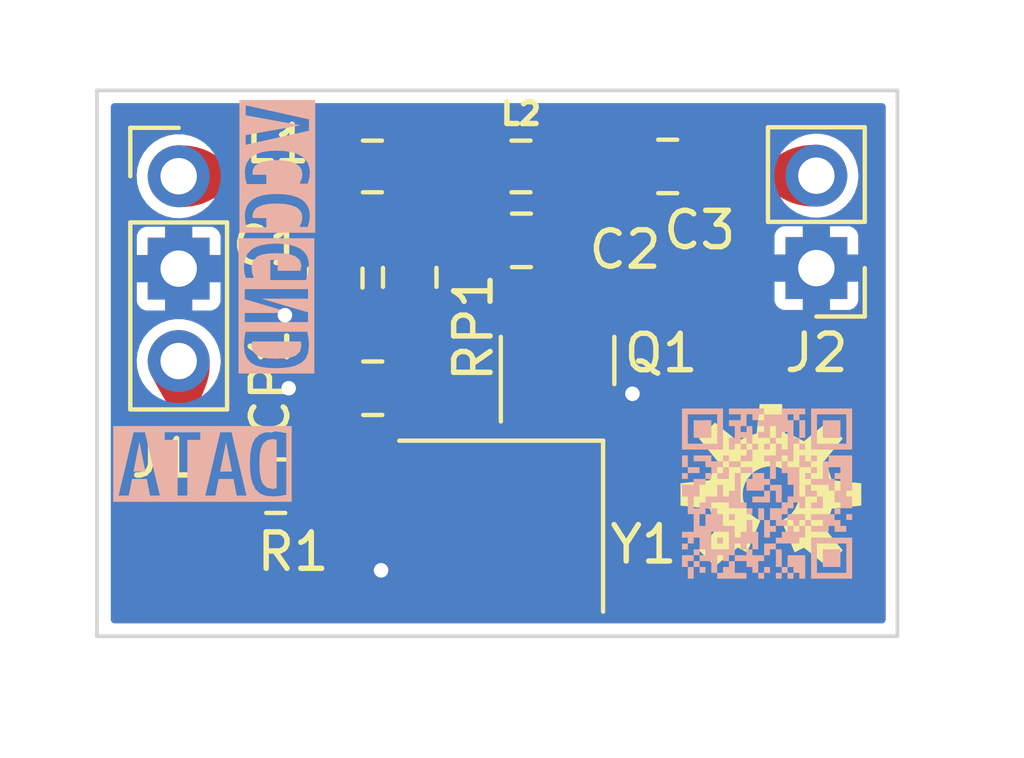
<source format=kicad_pcb>
(kicad_pcb (version 20211014) (generator pcbnew)
  (layers (0 "F.Cu" signal) (31 "B.Cu" signal) (34 "B.Paste" user) (35 "F.Paste" user) (36 "B.SilkS" user "B.Silkscreen") (37 "F.SilkS" user "F.Silkscreen") (38 "B.Mask" user) (39 "F.Mask" user) (44 "Edge.Cuts" user))
  (net 0 "")
  (net 1 "GND")
  (net 2 "Net-(C1-Pad2)")
  (net 3 "Net-(C2-Pad1)")
  (net 4 "Net-(C2-Pad2)")
  (net 5 "Net-(J2-Pad2)")
  (net 6 "Net-(CP1-Pad1)")
  (net 7 "data")
  (net 8 "Net-(Q1-Pad1)")
  (footprint "Crystal:Crystal_SMD_SeikoEpson_FA238V-4Pin_3.2x2.5mm_HandSoldering" (layer "F.Cu") (at 51.11065 51.9761 180)
    (fp_text reference "Y1" (at -3.9122 -0.5026) (layer "F.SilkS"))
    (fp_text value "Crystal_GND3")
    (pad "1" smd rect (at -1.55 1.25 180) (size 2.1 1.8) (layers "F.Cu" "F.Paste" "F.Mask") (net 3 "Net-(C2-Pad1)"))
    (pad "2" smd rect (at 1.55 1.25 180) (size 2.1 1.8) (layers "F.Cu" "F.Paste" "F.Mask") (net 8 "Net-(Q1-Pad1)"))
    (pad "3" smd rect (at 1.55 -1.25 180) (size 2.1 1.8) (layers "F.Cu" "F.Paste" "F.Mask") (net 1 "GND"))
    (pad "4" smd rect (at -1.55 -1.25 180) (size 2.1 1.8) (layers "F.Cu" "F.Paste" "F.Mask"))
  )
  (footprint "Capacitor_SMD:C_0805_2012Metric_Pad1.18x1.45mm_HandSolder" (layer "F.Cu") (at 48.59665 45.1381 -90)
    (fp_text reference "RP1" (at 1.3716 -1.7526 90) (layer "F.SilkS"))
    (fp_text value "R_Small")
    (pad "1" smd roundrect (at -1.0375 0 270) (size 1.175 1.45) (layers "F.Cu" "F.Paste" "F.Mask") (roundrect_rratio 0.2127659574) (net 2 "Net-(C1-Pad2)"))
    (pad "2" smd roundrect (at 1.0375 0 270) (size 1.175 1.45) (layers "F.Cu" "F.Paste" "F.Mask") (roundrect_rratio 0.2127659574) (net 6 "Net-(CP1-Pad1)"))
  )
  (footprint "Inductor_SMD:L_0805_2012Metric_Pad1.15x1.40mm_HandSolder" (layer "F.Cu") (at 47.57165 42.0901)
    (fp_text reference "L1" (at -2.61365 -0.6119) (layer "F.SilkS"))
    (fp_text value "INDUCTOR")
    (pad "1" smd roundrect (at -1.025 0) (size 1.15 1.4) (layers "F.Cu" "F.Paste" "F.Mask") (roundrect_rratio 0.2173913043) (net 2 "Net-(C1-Pad2)"))
    (pad "2" smd roundrect (at 1.025 0) (size 1.15 1.4) (layers "F.Cu" "F.Paste" "F.Mask") (roundrect_rratio 0.2173913043) (net 4 "Net-(C2-Pad2)"))
  )
  (footprint "Capacitor_SMD:C_0805_2012Metric_Pad1.18x1.45mm_HandSolder" (layer "F.Cu") (at 55.68715 42.0901)
    (fp_text reference "C3" (at 0.87865 1.7503) (layer "F.SilkS"))
    (fp_text value "C_Small")
    (pad "1" smd roundrect (at -1.0375 0) (size 1.175 1.45) (layers "F.Cu" "F.Paste" "F.Mask") (roundrect_rratio 0.2127659574) (net 3 "Net-(C2-Pad1)"))
    (pad "2" smd roundrect (at 1.0375 0) (size 1.175 1.45) (layers "F.Cu" "F.Paste" "F.Mask") (roundrect_rratio 0.2127659574) (net 5 "Net-(J2-Pad2)"))
  )
  (footprint "Aesthetics:OSHW-LOGO-M" (layer "F.Cu") (at 58.5216 51.1048)
    (fp_text reference "" (at 0 0) (layer "F.SilkS") (effects (font (size 1.524 1.524))))
    (fp_text value "" (at 0 0) (layer "F.SilkS") (effects (font (size 1.524 1.524))))
  )
  (footprint "Package_TO_SOT_SMD:SOT-23" (layer "F.Cu") (at 52.66065 47.4241 90)
    (fp_text reference "Q1" (at 0.2032 2.8448 180) (layer "F.SilkS"))
    (fp_text value "MMBT3904")
    (pad "1" smd roundrect (at -0.9375 -0.95 90) (size 1.475 0.6) (layers "F.Cu" "F.Paste" "F.Mask") (net 8 "Net-(Q1-Pad1)"))
    (pad "2" smd roundrect (at -0.9375 0.95 90) (size 1.475 0.6) (layers "F.Cu" "F.Paste" "F.Mask") (net 1 "GND"))
    (pad "3" smd roundrect (at 0.9375 0 90) (size 1.475 0.6) (layers "F.Cu" "F.Paste" "F.Mask") (net 3 "Net-(C2-Pad1)"))
  )
  (footprint "Capacitor_SMD:C_0805_2012Metric_Pad1.18x1.45mm_HandSolder" (layer "F.Cu") (at 44.91365 50.8785)
    (fp_text reference "R1" (at 0.47615 1.8011) (layer "F.SilkS"))
    (fp_text value "R_Small")
    (pad "1" smd roundrect (at -1.0375 0) (size 1.175 1.45) (layers "F.Cu" "F.Paste" "F.Mask") (roundrect_rratio 0.2127659574) (net 7 "data"))
    (pad "2" smd roundrect (at 1.0375 0) (size 1.175 1.45) (layers "F.Cu" "F.Paste" "F.Mask") (roundrect_rratio 0.2127659574) (net 8 "Net-(Q1-Pad1)"))
  )
  (footprint "Connector_PinHeader_2.54mm:PinHeader_1x03_P2.54mm_Vertical" (layer "F.Cu") (at 42.24665 42.3591)
    (fp_text reference "J1" (at -0.43825 7.7551) (layer "F.SilkS"))
    (fp_text value "input/output")
    (pad "1" thru_hole circle (at 0 0) (size 1.7 1.7) (drill 1) (layers *.Cu *.Mask) (net 2 "Net-(C1-Pad2)"))
    (pad "2" thru_hole rect (at 0 2.54) (size 1.7 1.7) (drill 1) (layers *.Cu *.Mask) (net 1 "GND"))
    (pad "3" thru_hole oval (at 0 5.08) (size 1.7 1.7) (drill 1) (layers *.Cu *.Mask) (net 7 "data"))
  )
  (footprint "Capacitor_SMD:C_0805_2012Metric_Pad1.18x1.45mm_HandSolder" (layer "F.Cu") (at 51.66615 44.1221 180)
    (fp_text reference "C2" (at -2.8487 -0.254) (layer "F.SilkS"))
    (fp_text value "C_Small")
    (pad "1" smd roundrect (at -1.0375 0 180) (size 1.175 1.45) (layers "F.Cu" "F.Paste" "F.Mask") (roundrect_rratio 0.2127659574) (net 3 "Net-(C2-Pad1)"))
    (pad "2" smd roundrect (at 1.0375 0 180) (size 1.175 1.45) (layers "F.Cu" "F.Paste" "F.Mask") (roundrect_rratio 0.2127659574) (net 4 "Net-(C2-Pad2)"))
  )
  (footprint "Capacitor_SMD:C_0805_2012Metric_Pad1.18x1.45mm_HandSolder" (layer "F.Cu") (at 47.58065 48.1861 180)
    (fp_text reference "CP1" (at 2.8194 0.1524 90) (layer "F.SilkS"))
    (fp_text value "C_Small")
    (pad "1" smd roundrect (at -1.0375 0 180) (size 1.175 1.45) (layers "F.Cu" "F.Paste" "F.Mask") (roundrect_rratio 0.2127659574) (net 6 "Net-(CP1-Pad1)"))
    (pad "2" smd roundrect (at 1.0375 0 180) (size 1.175 1.45) (layers "F.Cu" "F.Paste" "F.Mask") (roundrect_rratio 0.2127659574) (net 1 "GND"))
  )
  (footprint "Connector_PinHeader_2.54mm:PinHeader_1x02_P2.54mm_Vertical" (layer "F.Cu") (at 59.77265 44.8841 180)
    (fp_text reference "J2" (at 0 -2.33) (layer "F.SilkS"))
    (fp_text value "Antenna")
    (pad "1" thru_hole rect (at 0 0 180) (size 1.7 1.7) (drill 1) (layers *.Cu *.Mask) (net 1 "GND"))
    (pad "2" thru_hole oval (at 0 2.54 180) (size 1.7 1.7) (drill 1) (layers *.Cu *.Mask) (net 5 "Net-(J2-Pad2)"))
  )
  (footprint "Capacitor_SMD:C_0805_2012Metric_Pad1.18x1.45mm_HandSolder" (layer "F.Cu") (at 46.56465 45.1596 90)
    (fp_text reference "C1" (at 0.8851 -1.8542 180) (layer "F.SilkS"))
    (fp_text value "C_Small")
    (pad "1" smd roundrect (at -1.0375 0 90) (size 1.175 1.45) (layers "F.Cu" "F.Paste" "F.Mask") (roundrect_rratio 0.2127659574) (net 1 "GND"))
    (pad "2" smd roundrect (at 1.0375 0 90) (size 1.175 1.45) (layers "F.Cu" "F.Paste" "F.Mask") (roundrect_rratio 0.2127659574) (net 2 "Net-(C1-Pad2)"))
  )
  (footprint "Inductor_SMD:L_0805_2012Metric_Pad1.15x1.40mm_HandSolder" (layer "F.Cu") (at 51.65365 42.0901)
    (fp_text reference "L2" (at 0 -1.4501) (layer "F.SilkS") (effects (font (size 0.6 0.6))))
    (fp_text value "INDUCTOR")
    (pad "1" smd roundrect (at -1.025 0) (size 1.15 1.4) (layers "F.Cu" "F.Paste" "F.Mask") (roundrect_rratio 0.2173913043) (net 4 "Net-(C2-Pad2)"))
    (pad "2" smd roundrect (at 1.025 0) (size 1.15 1.4) (layers "F.Cu" "F.Paste" "F.Mask") (roundrect_rratio 0.2173913043) (net 3 "Net-(C2-Pad1)"))
  )
  (footprint "kibuzzard-632D4E55" (layer "B.Cu") (at 44.9326 45.9232 -90)
    (fp_text reference "kibuzzard-632D4E55" hide)
    (fp_text value "G***" hide)
  )
  (footprint "kibuzzard-632D4E48" (layer "B.Cu") (at 42.9006 50.2666 180)
    (fp_text reference "kibuzzard-632D4E48" hide)
    (fp_text value "G***" hide)
  )
  (footprint "kibuzzard-632D4E64" (layer "B.Cu") (at 44.958 42.0878 -90)
    (fp_text reference "kibuzzard-632D4E64" hide)
    (fp_text value "G***" hide)
  )
  (footprint "LOGO" (layer "B.Cu") (at 58.42 51.0794 180)
    (fp_text reference " " (at -1.2954 0.2794) (layer "B.SilkS") (effects (font (size 1.524 1.524) (thickness 0.3)) (justify mirror)))
    (fp_text value "LOGO" hide)
  )
  (gr_line (start 62 40) (end 62 55) (layer "Edge.Cuts") (width 0.1))
  (gr_line (start 40 40) (end 62 40) (layer "Edge.Cuts") (width 0.1))
  (gr_line (start 62 55) (end 40 55) (layer "Edge.Cuts") (width 0.1))
  (gr_line (start 40 55) (end 40 40) (layer "Edge.Cuts") (width 0.1))
  (segment (start 46.54315 48.1861) (end 45.26925 48.1861) (width 0.5) (layer "F.Cu") (net 1))
  (segment (start 46.56465 46.1971) (end 45.18525 46.1971) (width 0.5) (layer "F.Cu") (net 1))
  (segment (start 49.56065 53.2261) (end 47.84545 53.2261) (width 0.3) (layer "F.Cu") (net 1))
  (segment (start 47.84545 53.2261) (end 47.80925 53.1899) (width 0.3) (layer "F.Cu") (net 1))
  (segment (start 53.61065 48.3616) (end 54.69495 48.3616) (width 0.5) (layer "F.Cu") (net 1))
  (segment (start 45.18525 46.1971) (end 45.16765 46.1795) (width 0.3) (layer "F.Cu") (net 1))
  (segment (start 54.69495 48.3616) (end 54.71805 48.3385) (width 0.3) (layer "F.Cu") (net 1))
  (via (at 54.71805 48.3385) (size 0.62) (drill 0.4) (layers "F.Cu" "B.Cu") (net 1))
  (via (at 45.16765 46.1795) (size 0.62) (drill 0.4) (layers "F.Cu" "B.Cu") (net 1))
  (via (at 45.26925 48.1861) (size 0.62) (drill 0.4) (layers "F.Cu" "B.Cu") (net 1))
  (via (at 47.80925 53.1899) (size 0.62) (drill 0.4) (layers "F.Cu" "B.Cu") (net 1))
  (segment (start 48.57515 44.1221) (end 48.59665 44.1006) (width 0.5) (layer "F.Cu") (net 2))
  (segment (start 46.54665 44.1041) (end 46.56465 44.1221) (width 0.5) (layer "F.Cu") (net 2))
  (segment (start 46.56465 44.1221) (end 48.57515 44.1221) (width 0.5) (layer "F.Cu") (net 2))
  (segment (start 46.54665 42.0901) (end 46.54665 44.1041) (width 0.5) (layer "F.Cu") (net 2))
  (segment (start 42.24665 42.3591) (end 46.27765 42.3591) (width 0.5) (layer "F.Cu") (net 2))
  (segment (start 46.27765 42.3591) (end 46.54665 42.0901) (width 0.5) (layer "F.Cu") (net 2))
  (segment (start 52.70365 46.4436) (end 52.66065 46.4866) (width 0.3) (layer "F.Cu") (net 3))
  (segment (start 52.66065 50.7261) (end 52.66065 46.4866) (width 0.3) (layer "F.Cu") (net 3))
  (segment (start 52.67865 44.0971) (end 52.70365 44.1221) (width 0.5) (layer "F.Cu") (net 3))
  (segment (start 52.67865 42.0901) (end 54.64965 42.0901) (width 0.5) (layer "F.Cu") (net 3))
  (segment (start 52.67865 42.0901) (end 52.67865 44.0971) (width 0.5) (layer "F.Cu") (net 3))
  (segment (start 52.70365 44.1221) (end 52.70365 46.4436) (width 0.5) (layer "F.Cu") (net 3))
  (segment (start 48.59665 42.0901) (end 50.62865 42.0901) (width 0.5) (layer "F.Cu") (net 4))
  (segment (start 50.62865 42.0901) (end 50.62865 44.1221) (width 0.5) (layer "F.Cu") (net 4))
  (segment (start 56.97865 42.3441) (end 59.77265 42.3441) (width 0.5) (layer "F.Cu") (net 5))
  (segment (start 56.72465 42.0901) (end 56.97865 42.3441) (width 0.5) (layer "F.Cu") (net 5))
  (segment (start 48.59665 48.1646) (end 48.61815 48.1861) (width 0.3) (layer "F.Cu") (net 6))
  (segment (start 48.59665 46.1756) (end 48.59665 48.1646) (width 0.3) (layer "F.Cu") (net 6))
  (segment (start 42.24665 47.4391) (end 42.24665 47.592146) (width 0.3) (layer "F.Cu") (net 7))
  (segment (start 43.418223 50.420573) (end 43.87615 50.8785) (width 0.3) (layer "F.Cu") (net 7))
  (arc (start 42.24665 47.592146) (mid 42.551132 49.12288) (end 43.418223 50.420573) (width 0.5) (layer "F.Cu") (net 7))
  (segment (start 45.95115 50.8785) (end 46.10355 50.7261) (width 0.3) (layer "F.Cu") (net 8))
  (segment (start 46.10355 50.7261) (end 49.56065 50.7261) (width 0.5) (layer "F.Cu") (net 8))
  (segment (start 49.56065 50.5116) (end 51.71065 48.3616) (width 0.5) (layer "F.Cu") (net 8))
  (segment (start 49.56065 50.7261) (end 49.56065 50.5116) (width 0.3) (layer "F.Cu") (net 8))
  (zone locked (net 7) (net_name "data") (layer "F.Cu") (priority 16962) (connect_pads yes (clearance 0)) (min_thickness 0.0254) (fill yes (thermal_gap 0.508) (thermal_bridge_width 0.508))
    (polygon (pts (xy 42.741796 49.814423) (xy 42.815731 49.935772) (xy 42.876214 50.044505) (xy 42.925314 50.142563) (xy 42.9651 50.231887) (xy 42.997643 50.314417) (xy 43.025011 50.392095) (xy 43.049274 50.466862) (xy 43.072503 50.540658) (xy 43.096766 50.615425) (xy 43.124134 50.693103) (xy 43.156676 50.775633) (xy 43.196462 50.864957) (xy 43.245562 50.963015) (xy 43.306045 51.071748) (xy 43.379981 51.193098) (xy 44.083862 51.086212) (xy 44.291575 50.463075) (xy 44.186012 50.366657) (xy 44.085153 50.291239) (xy 43.988542 50.233374) (xy 43.895726 50.189617) (xy 43.80625 50.156521) (xy 43.719659 50.13064) (xy 43.635499 50.108528) (xy 43.553314 50.086739) (xy 43.472651 50.061826) (xy 43.393054 50.030344) (xy 43.314069 49.988846) (xy 43.235242 49.933887) (xy 43.156117 49.86202) (xy 43.076241 49.769798) (xy 42.995158 49.653777)))
  )
  (zone locked (net 8) (net_name "Net-(Q1-Pad1)") (layer "F.Cu") (priority 16962) (connect_pads yes (clearance 0)) (min_thickness 0.0254) (fill yes (thermal_gap 0.508) (thermal_bridge_width 0.508))
    (polygon (pts (xy 47.4048 50.4761) (xy 47.267745 50.473741) (xy 47.147896 50.467105) (xy 47.042604 50.456849) (xy 46.949223 50.443632) (xy 46.865106 50.428111) (xy 46.787607 50.410944) (xy 46.714077 50.392791) (xy 46.641872 50.374308) (xy 46.568342 50.356155) (xy 46.490843 50.338988) (xy 46.406726 50.323467) (xy 46.313345 50.31025) (xy 46.208053 50.299994) (xy 46.088204 50.293358) (xy 45.95115 50.291) (xy 45.667289 50.954077) (xy 46.102304 51.446222) (xy 46.226848 51.409197) (xy 46.334608 51.369857) (xy 46.428215 51.328925) (xy 46.510299 51.287121) (xy 46.583489 51.245167) (xy 46.650414 51.203784) (xy 46.713706 51.163694) (xy 46.775993 51.125619) (xy 46.839907 51.090279) (xy 46.908075 51.058397) (xy 46.98313 51.030694) (xy 47.067699 51.007891) (xy 47.164414 50.99071) (xy 47.275904 50.979872) (xy 47.4048 50.9761)))
  )
  (zone locked (net 3) (net_name "Net-(C2-Pad1)") (layer "F.Cu") (priority 16962) (connect_pads yes (clearance 0)) (min_thickness 0.0254) (fill yes (thermal_gap 0.508) (thermal_bridge_width 0.508))
    (polygon (pts (xy 52.95365 45.58335) (xy 52.95795 45.443421) (xy 52.97005 45.321713) (xy 52.98875 45.21542) (xy 53.01285 45.121741) (xy 53.04115 45.037871) (xy 53.07245 44.96101) (xy 53.10555 44.888352) (xy 53.13925 44.817097) (xy 53.17235 44.744439) (xy 53.20365 44.667578) (xy 53.23195 44.583708) (xy 53.25605 44.490029) (xy 53.27475 44.383736) (xy 53.28685 44.262028) (xy 53.29115 44.1221) (xy 52.70365 43.82835) (xy 52.11615 44.1221) (xy 52.12045 44.262028) (xy 52.13255 44.383736) (xy 52.15125 44.490029) (xy 52.17535 44.583708) (xy 52.20365 44.667578) (xy 52.23495 44.744439) (xy 52.26805 44.817097) (xy 52.30175 44.888352) (xy 52.33485 44.96101) (xy 52.36615 45.037871) (xy 52.39445 45.121741) (xy 52.41855 45.21542) (xy 52.43725 45.321713) (xy 52.44935 45.443421) (xy 52.45365 45.58335)))
  )
  (zone locked (net 1) (net_name "GND") (layer "F.Cu") (priority 16962) (connect_pads yes (clearance 0)) (min_thickness 0.0254) (fill yes (thermal_gap 0.508) (thermal_bridge_width 0.508))
    (polygon (pts (xy 54.35065 48.1116) (xy 54.281227 48.110962) (xy 54.220414 48.10917) (xy 54.166887 48.1064) (xy 54.119319 48.102829) (xy 54.076388 48.098637) (xy 54.036768 48.094) (xy 53.999135 48.089096) (xy 53.962164 48.084103) (xy 53.924531 48.0792) (xy 53.884911 48.074562) (xy 53.84198 48.07037) (xy 53.794412 48.0668) (xy 53.740885 48.064029) (xy 53.680072 48.062237) (xy 53.61065 48.0616) (xy 53.46065 48.3616) (xy 53.61065 48.6616) (xy 53.680072 48.660962) (xy 53.740885 48.65917) (xy 53.794412 48.6564) (xy 53.84198 48.652829) (xy 53.884911 48.648637) (xy 53.924531 48.644) (xy 53.962164 48.639096) (xy 53.999135 48.634103) (xy 54.036768 48.6292) (xy 54.076388 48.624562) (xy 54.119319 48.62037) (xy 54.166887 48.6168) (xy 54.220414 48.614029) (xy 54.281227 48.612237) (xy 54.35065 48.6116)))
  )
  (zone locked (net 5) (net_name "Net-(J2-Pad2)") (layer "F.Cu") (priority 16962) (connect_pads yes (clearance 0)) (min_thickness 0.0254) (fill yes (thermal_gap 0.508) (thermal_bridge_width 0.508))
    (polygon (pts (xy 58.1399 42.0941) (xy 58.020784 42.09071) (xy 57.917838 42.08083) (xy 57.828701 42.064895) (xy 57.751013 42.04334) (xy 57.682413 42.016599) (xy 57.620541 41.985106) (xy 57.563037 41.949296) (xy 57.50754 41.909604) (xy 57.45169 41.866464) (xy 57.393128 41.820311) (xy 57.329491 41.77158) (xy 57.258421 41.720704) (xy 57.177556 41.668119) (xy 57.084537 41.614259) (xy 56.977004 41.55956) (xy 56.45938 41.963923) (xy 56.72465 42.6776) (xy 56.857358 42.676536) (xy 56.973627 42.673542) (xy 57.075986 42.668916) (xy 57.166964 42.662953) (xy 57.24909 42.655951) (xy 57.324893 42.648208) (xy 57.396902 42.640018) (xy 57.467647 42.631681) (xy 57.539656 42.623492) (xy 57.615459 42.615748) (xy 57.697585 42.608746) (xy 57.788563 42.602784) (xy 57.890922 42.598157) (xy 58.007191 42.595163) (xy 58.1399 42.5941)))
  )
  (zone locked (net 3) (net_name "Net-(C2-Pad1)") (layer "F.Cu") (priority 16962) (connect_pads yes (clearance 0)) (min_thickness 0.0254) (fill yes (thermal_gap 0.508) (thermal_bridge_width 0.508))
    (polygon (pts (xy 52.45365 45.7336) (xy 52.453129 45.80066) (xy 52.451602 45.859384) (xy 52.449119 45.911049) (xy 52.445734 45.956928) (xy 52.441496 45.998298) (xy 52.436459 46.036432) (xy 52.430672 46.072607) (xy 52.424189 46.108096) (xy 52.41706 46.144176) (xy 52.409338 46.18212) (xy 52.401073 46.223205) (xy 52.392318 46.268706) (xy 52.383124 46.319896) (xy 52.373543 46.378052) (xy 52.363627 46.444449) (xy 52.639575 46.635111) (xy 52.960649 46.4866) (xy 52.960559 46.416094) (xy 52.960308 46.354291) (xy 52.959921 46.299851) (xy 52.959421 46.251436) (xy 52.958834 46.207708) (xy 52.958185 46.167326) (xy 52.957498 46.128952) (xy 52.9568 46.091248) (xy 52.956113 46.052874) (xy 52.955464 46.012492) (xy 52.954877 45.968763) (xy 52.954377 45.920348) (xy 52.95399 45.865909) (xy 52.953739 45.804105) (xy 52.95365 45.7336)))
  )
  (zone locked (net 8) (net_name "Net-(Q1-Pad1)") (layer "F.Cu") (priority 16962) (connect_pads yes (clearance 0)) (min_thickness 0.0254) (fill yes (thermal_gap 0.508) (thermal_bridge_width 0.508))
    (polygon (pts (xy 47.32065 50.9761) (xy 47.537854 50.984381) (xy 47.725971 51.007685) (xy 47.889475 51.0437) (xy 48.032842 51.090114) (xy 48.160546 51.144618) (xy 48.277062 51.2049) (xy 48.386866 51.268648) (xy 48.494433 51.333551) (xy 48.604237 51.3973) (xy 48.720753 51.457581) (xy 48.848457 51.512085) (xy 48.991824 51.5585) (xy 49.155328 51.594514) (xy 49.343445 51.617818) (xy 49.56065 51.6261) (xy 50.01065 50.7261) (xy 49.56065 49.8261) (xy 49.343445 49.834381) (xy 49.155328 49.857685) (xy 48.991824 49.8937) (xy 48.848457 49.940114) (xy 48.720753 49.994618) (xy 48.604237 50.0549) (xy 48.494433 50.118648) (xy 48.386866 50.183551) (xy 48.277062 50.2473) (xy 48.160546 50.307581) (xy 48.032842 50.362085) (xy 47.889475 50.4085) (xy 47.725971 50.444514) (xy 47.537854 50.467818) (xy 47.32065 50.4761)))
  )
  (zone locked (net 4) (net_name "Net-(C2-Pad2)") (layer "F.Cu") (priority 16962) (connect_pads yes (clearance 0)) (min_thickness 0.0254) (fill yes (thermal_gap 0.508) (thermal_bridge_width 0.508))
    (polygon (pts (xy 50.87865 43.5226) (xy 50.88279 43.38553) (xy 50.894442 43.266276) (xy 50.91245 43.162097) (xy 50.935657 43.070252) (xy 50.962909 42.987999) (xy 50.99305 42.912598) (xy 51.024924 42.841309) (xy 51.057375 42.77139) (xy 51.08925 42.700101) (xy 51.11939 42.6247) (xy 51.146642 42.542447) (xy 51.16985 42.450602) (xy 51.187857 42.346423) (xy 51.199509 42.227169) (xy 51.20365 42.0901) (xy 50.62865 41.8026) (xy 50.05365 42.0901) (xy 50.05779 42.227169) (xy 50.069442 42.346423) (xy 50.08745 42.450602) (xy 50.110657 42.542447) (xy 50.137909 42.6247) (xy 50.16805 42.700101) (xy 50.199924 42.77139) (xy 50.232375 42.841309) (xy 50.26425 42.912598) (xy 50.29439 42.987999) (xy 50.321642 43.070252) (xy 50.34485 43.162097) (xy 50.362857 43.266276) (xy 50.374509 43.38553) (xy 50.37865 43.5226)))
  )
  (zone locked (net 2) (net_name "Net-(C1-Pad2)") (layer "F.Cu") (priority 16962) (connect_pads yes (clearance 0)) (min_thickness 0.0254) (fill yes (thermal_gap 0.508) (thermal_bridge_width 0.508))
    (polygon (pts (xy 48.0259 43.8721) (xy 47.885971 43.8678) (xy 47.764263 43.8557) (xy 47.65797 43.837) (xy 47.564291 43.8129) (xy 47.480421 43.7846) (xy 47.40356 43.7533) (xy 47.330902 43.7202) (xy 47.259647 43.6865) (xy 47.186989 43.6534) (xy 47.110128 43.6221) (xy 47.026258 43.5938) (xy 46.932579 43.5697) (xy 46.826286 43.551) (xy 46.704578 43.5389) (xy 46.56465 43.5346) (xy 46.2709 44.1221) (xy 46.56465 44.7096) (xy 46.704578 44.7053) (xy 46.826286 44.6932) (xy 46.932579 44.6745) (xy 47.026258 44.6504) (xy 47.110128 44.6221) (xy 47.186989 44.5908) (xy 47.259647 44.5577) (xy 47.330902 44.524) (xy 47.40356 44.4909) (xy 47.480421 44.4596) (xy 47.564291 44.4313) (xy 47.65797 44.4072) (xy 47.764263 44.3885) (xy 47.885971 44.3764) (xy 48.0259 44.3721)))
  )
  (zone locked (net 2) (net_name "Net-(C1-Pad2)") (layer "F.Cu") (priority 16962) (connect_pads yes (clearance 0)) (min_thickness 0.0254) (fill yes (thermal_gap 0.508) (thermal_bridge_width 0.508))
    (polygon (pts (xy 46.79665 43.5226) (xy 46.80079 43.38553) (xy 46.812442 43.266276) (xy 46.83045 43.162097) (xy 46.853657 43.070252) (xy 46.880909 42.987999) (xy 46.91105 42.912598) (xy 46.942924 42.841309) (xy 46.975375 42.77139) (xy 47.00725 42.700101) (xy 47.03739 42.6247) (xy 47.064642 42.542447) (xy 47.08785 42.450602) (xy 47.105857 42.346423) (xy 47.117509 42.227169) (xy 47.12165 42.0901) (xy 46.54665 41.8026) (xy 45.97165 42.0901) (xy 45.97579 42.227169) (xy 45.987442 42.346423) (xy 46.00545 42.450602) (xy 46.028657 42.542447) (xy 46.055909 42.6247) (xy 46.08605 42.700101) (xy 46.117924 42.77139) (xy 46.150375 42.841309) (xy 46.18225 42.912598) (xy 46.21239 42.987999) (xy 46.239642 43.070252) (xy 46.26285 43.162097) (xy 46.280857 43.266276) (xy 46.292509 43.38553) (xy 46.29665 43.5226)))
  )
  (zone locked (net 1) (net_name "GND") (layer "F.Cu") (priority 16962) (connect_pads yes (clearance 0)) (min_thickness 0.0254) (fill yes (thermal_gap 0.508) (thermal_bridge_width 0.508))
    (polygon (pts (xy 46.03425 47.9361) (xy 45.962433 47.935335) (xy 45.899538 47.933184) (xy 45.844191 47.92986) (xy 45.795021 47.925575) (xy 45.750655 47.920544) (xy 45.70972 47.91498) (xy 45.670844 47.909095) (xy 45.632655 47.903104) (xy 45.593779 47.89722) (xy 45.552844 47.891655) (xy 45.508478 47.886624) (xy 45.459308 47.88234) (xy 45.403961 47.879015) (xy 45.341066 47.876864) (xy 45.26925 47.8761) (xy 45.11425 48.1861) (xy 45.26925 48.4961) (xy 45.341066 48.495335) (xy 45.403961 48.493184) (xy 45.459308 48.48986) (xy 45.508478 48.485575) (xy 45.552844 48.480544) (xy 45.593779 48.47498) (xy 45.632655 48.469095) (xy 45.670844 48.463104) (xy 45.70972 48.45722) (xy 45.750655 48.451655) (xy 45.795021 48.446624) (xy 45.844191 48.44234) (xy 45.899538 48.439015) (xy 45.962433 48.436864) (xy 46.03425 48.4361)))
  )
  (zone locked (net 6) (net_name "Net-(CP1-Pad1)") (layer "F.Cu") (priority 16962) (connect_pads yes (clearance 0)) (min_thickness 0.0254) (fill yes (thermal_gap 0.508) (thermal_bridge_width 0.508))
    (polygon (pts (xy 48.74665 47.63685) (xy 48.752224 47.494849) (xy 48.767909 47.371956) (xy 48.79215 47.265231) (xy 48.82339 47.171734) (xy 48.860075 47.088525) (xy 48.90065 47.012665) (xy 48.943557 46.941215) (xy 48.987242 46.871234) (xy 49.03015 46.799784) (xy 49.070724 46.723924) (xy 49.107409 46.640715) (xy 49.13865 46.547218) (xy 49.16289 46.440493) (xy 49.178575 46.3176) (xy 49.18415 46.1756) (xy 48.59665 45.88185) (xy 48.00915 46.1756) (xy 48.014724 46.3176) (xy 48.030409 46.440493) (xy 48.05465 46.547218) (xy 48.08589 46.640715) (xy 48.122575 46.723924) (xy 48.16315 46.799784) (xy 48.206057 46.871234) (xy 48.249742 46.941215) (xy 48.29265 47.012665) (xy 48.333224 47.088525) (xy 48.369909 47.171734) (xy 48.40115 47.265231) (xy 48.42539 47.371956) (xy 48.441075 47.494849) (xy 48.44665 47.63685)))
  )
  (zone locked (net 4) (net_name "Net-(C2-Pad2)") (layer "F.Cu") (priority 16962) (connect_pads yes (clearance 0)) (min_thickness 0.0254) (fill yes (thermal_gap 0.508) (thermal_bridge_width 0.508))
    (polygon (pts (xy 50.02915 41.8401) (xy 49.89208 41.835959) (xy 49.772826 41.824307) (xy 49.668647 41.8063) (xy 49.576802 41.783092) (xy 49.494549 41.75584) (xy 49.419148 41.7257) (xy 49.347859 41.693825) (xy 49.27794 41.661374) (xy 49.206651 41.6295) (xy 49.13125 41.599359) (xy 49.048997 41.572107) (xy 48.957152 41.5489) (xy 48.852973 41.530892) (xy 48.733719 41.51924) (xy 48.59665 41.5151) (xy 48.30915 42.0901) (xy 48.59665 42.6651) (xy 48.733719 42.660959) (xy 48.852973 42.649307) (xy 48.957152 42.6313) (xy 49.048997 42.608092) (xy 49.13125 42.58084) (xy 49.206651 42.5507) (xy 49.27794 42.518825) (xy 49.347859 42.486374) (xy 49.419148 42.4545) (xy 49.494549 42.424359) (xy 49.576802 42.397107) (xy 49.668647 42.3739) (xy 49.772826 42.355892) (xy 49.89208 42.34424) (xy 50.02915 42.3401)))
  )
  (zone locked (net 8) (net_name "Net-(Q1-Pad1)") (layer "F.Cu") (priority 16962) (connect_pads yes (clearance 0)) (min_thickness 0.0254) (fill yes (thermal_gap 0.508) (thermal_bridge_width 0.508))
    (polygon (pts (xy 51.364169 49.061634) (xy 51.413708 49.012995) (xy 51.457976 48.971262) (xy 51.497785 48.935371) (xy 51.533945 48.90426) (xy 51.567266 48.876868) (xy 51.598561 48.852132) (xy 51.628639 48.828988) (xy 51.658311 48.806377) (xy 51.688389 48.783233) (xy 51.719684 48.758497) (xy 51.753005 48.731105) (xy 51.789165 48.699994) (xy 51.828974 48.664103) (xy 51.873242 48.62237) (xy 51.922782 48.573732) (xy 51.816716 48.255534) (xy 51.498518 48.149468) (xy 51.449879 48.199007) (xy 51.408146 48.243275) (xy 51.372255 48.283084) (xy 51.341144 48.319244) (xy 51.313752 48.352565) (xy 51.289016 48.38386) (xy 51.265872 48.413938) (xy 51.243261 48.44361) (xy 51.220117 48.473688) (xy 51.195381 48.504983) (xy 51.167989 48.538304) (xy 51.136878 48.574464) (xy 51.100987 48.614273) (xy 51.059254 48.658541) (xy 51.010616 48.708081)))
  )
  (zone locked (net 2) (net_name "Net-(C1-Pad2)") (layer "F.Cu") (priority 16962) (connect_pads yes (clearance 0)) (min_thickness 0.0254) (fill yes (thermal_gap 0.508) (thermal_bridge_width 0.508))
    (polygon (pts (xy 47.1239 44.3721) (xy 47.264504 44.376126) (xy 47.386928 44.387455) (xy 47.493968 44.404964) (xy 47.588422 44.427528) (xy 47.673087 44.454025) (xy 47.750759 44.483332) (xy 47.824235 44.514323) (xy 47.896314 44.545876) (xy 47.96979 44.576868) (xy 48.047462 44.606174) (xy 48.132127 44.632671) (xy 48.226581 44.655236) (xy 48.333621 44.672744) (xy 48.456045 44.684073) (xy 48.59665 44.6881) (xy 48.890206 44.08993) (xy 48.57531 43.513488) (xy 48.43597 43.522787) (xy 48.314892 43.539071) (xy 48.209264 43.56121) (xy 48.116277 43.588072) (xy 48.03312 43.618529) (xy 47.956982 43.651449) (xy 47.885054 43.685702) (xy 47.814524 43.720159) (xy 47.742582 43.753688) (xy 47.666418 43.78516) (xy 47.583221 43.813444) (xy 47.490182 43.837411) (xy 47.384488 43.855929) (xy 47.263331 43.867868) (xy 47.1239 43.8721)))
  )
  (zone locked (net 3) (net_name "Net-(C2-Pad1)") (layer "F.Cu") (priority 16962) (connect_pads yes (clearance 0)) (min_thickness 0.0254) (fill yes (thermal_gap 0.508) (thermal_bridge_width 0.508))
    (polygon (pts (xy 52.92865 43.5226) (xy 52.93279 43.38553) (xy 52.944442 43.266276) (xy 52.96245 43.162097) (xy 52.985657 43.070252) (xy 53.012909 42.987999) (xy 53.04305 42.912598) (xy 53.074924 42.841309) (xy 53.107375 42.77139) (xy 53.13925 42.700101) (xy 53.16939 42.6247) (xy 53.196642 42.542447) (xy 53.21985 42.450602) (xy 53.237857 42.346423) (xy 53.249509 42.227169) (xy 53.25365 42.0901) (xy 52.67865 41.8026) (xy 52.10365 42.0901) (xy 52.10779 42.227169) (xy 52.119442 42.346423) (xy 52.13745 42.450602) (xy 52.160657 42.542447) (xy 52.187909 42.6247) (xy 52.21805 42.700101) (xy 52.249924 42.77139) (xy 52.282375 42.841309) (xy 52.31425 42.912598) (xy 52.34439 42.987999) (xy 52.371642 43.070252) (xy 52.39485 43.162097) (xy 52.412857 43.266276) (xy 52.424509 43.38553) (xy 52.42865 43.5226)))
  )
  (zone locked (net 3) (net_name "Net-(C2-Pad1)") (layer "F.Cu") (priority 16962) (connect_pads yes (clearance 0)) (min_thickness 0.0254) (fill yes (thermal_gap 0.508) (thermal_bridge_width 0.508))
    (polygon (pts (xy 53.1884 42.3401) (xy 53.328328 42.3444) (xy 53.450036 42.3565) (xy 53.556329 42.3752) (xy 53.650008 42.3993) (xy 53.733878 42.4276) (xy 53.810739 42.4589) (xy 53.883397 42.492) (xy 53.954652 42.5257) (xy 54.02731 42.5588) (xy 54.104171 42.5901) (xy 54.188041 42.6184) (xy 54.28172 42.6425) (xy 54.388013 42.6612) (xy 54.509721 42.6733) (xy 54.64965 42.6776) (xy 54.9434 42.0901) (xy 54.64965 41.5026) (xy 54.509721 41.5069) (xy 54.388013 41.519) (xy 54.28172 41.5377) (xy 54.188041 41.5618) (xy 54.104171 41.5901) (xy 54.02731 41.6214) (xy 53.954652 41.6545) (xy 53.883397 41.6882) (xy 53.810739 41.7213) (xy 53.733878 41.7526) (xy 53.650008 41.7809) (xy 53.556329 41.805) (xy 53.450036 41.8237) (xy 53.328328 41.8358) (xy 53.1884 41.8401)))
  )
  (zone locked (net 1) (net_name "GND") (layer "F.Cu") (priority 16962) (connect_pads yes (clearance 0)) (min_thickness 0.0254) (fill yes (thermal_gap 0.508) (thermal_bridge_width 0.508))
    (polygon (pts (xy 45.95025 45.9471) (xy 45.87826 45.946382) (xy 45.815238 45.944336) (xy 45.759804 45.941122) (xy 45.71058 45.936901) (xy 45.666189 45.931834) (xy 45.625251 45.926081) (xy 45.586388 45.919803) (xy 45.548223 45.913162) (xy 45.509376 45.906317) (xy 45.468469 45.899429) (xy 45.424125 45.892659) (xy 45.374964 45.886168) (xy 45.319609 45.880117) (xy 45.256681 45.874665) (xy 45.184802 45.869975) (xy 45.012888 46.170924) (xy 45.16765 46.489499) (xy 45.241017 46.488958) (xy 45.305301 46.487438) (xy 45.361899 46.485089) (xy 45.412209 46.482061) (xy 45.457628 46.478506) (xy 45.499554 46.474574) (xy 45.539384 46.470416) (xy 45.578514 46.466182) (xy 45.618344 46.462024) (xy 45.66027 46.458092) (xy 45.705689 46.454537) (xy 45.755999 46.451509) (xy 45.812598 46.44916) (xy 45.876882 46.44764) (xy 45.95025 46.4471)))
  )
  (zone locked (net 1) (net_name "GND") (layer "F.Cu") (priority 16962) (connect_pads yes (clearance 0)) (min_thickness 0.0254) (fill yes (thermal_gap 0.508) (thermal_bridge_width 0.508))
    (polygon (pts (xy 48.59045 53.0761) (xy 48.518565 53.074171) (xy 48.456109 53.06869) (xy 48.401636 53.060112) (xy 48.3537 53.048895) (xy 48.310857 53.035496) (xy 48.27166 53.02037) (xy 48.234665 53.003975) (xy 48.198426 52.986767) (xy 48.161497 52.969202) (xy 48.122434 52.951739) (xy 48.07979 52.934832) (xy 48.032121 52.91894) (xy 47.977982 52.904518) (xy 47.915926 52.892023) (xy 47.844509 52.881912) (xy 47.655256 53.172271) (xy 47.80925 53.4999) (xy 47.883182 53.498322) (xy 47.947748 53.493884) (xy 48.004391 53.487024) (xy 48.05455 53.478184) (xy 48.099666 53.467803) (xy 48.14118 53.456322) (xy 48.180533 53.44418) (xy 48.219166 53.431819) (xy 48.258519 53.419677) (xy 48.300033 53.408196) (xy 48.345149 53.397815) (xy 48.395308 53.388975) (xy 48.451951 53.382115) (xy 48.516517 53.377677) (xy 48.59045 53.3761)))
  )
  (zone locked (net 3) (net_name "Net-(C2-Pad1)") (layer "F.Cu") (priority 16962) (connect_pads yes (clearance 0)) (min_thickness 0.0254) (fill yes (thermal_gap 0.508) (thermal_bridge_width 0.508))
    (polygon (pts (xy 52.51065 48.4861) (xy 52.501094 48.705716) (xy 52.474205 48.895212) (xy 52.43265 49.05922) (xy 52.379094 49.202374) (xy 52.316205 49.32931) (xy 52.24665 49.44466) (xy 52.173094 49.553059) (xy 52.098205 49.65914) (xy 52.02465 49.767539) (xy 51.955094 49.882889) (xy 51.892205 50.009825) (xy 51.83865 50.152979) (xy 51.797094 50.316987) (xy 51.770205 50.506483) (xy 51.76065 50.7261) (xy 52.66065 51.1761) (xy 53.56065 50.7261) (xy 53.551094 50.506483) (xy 53.524205 50.316987) (xy 53.48265 50.152979) (xy 53.429094 50.009825) (xy 53.366205 49.882889) (xy 53.29665 49.767539) (xy 53.223094 49.65914) (xy 53.148205 49.553059) (xy 53.07465 49.44466) (xy 53.005094 49.32931) (xy 52.942205 49.202374) (xy 52.88865 49.05922) (xy 52.847094 48.895212) (xy 52.820205 48.705716) (xy 52.81065 48.4861)))
  )
  (zone locked (net 8) (net_name "Net-(Q1-Pad1)") (layer "F.Cu") (priority 16962) (connect_pads yes (clearance 0)) (min_thickness 0.0254) (fill yes (thermal_gap 0.508) (thermal_bridge_width 0.508))
    (polygon (pts (xy 50.861726 48.856971) (xy 50.705694 49.004024) (xy 50.561176 49.123275) (xy 50.426402 49.219001) (xy 50.299599 49.295481) (xy 50.178996 49.35699) (xy 50.062822 49.407806) (xy 49.949305 49.452206) (xy 49.836674 49.494468) (xy 49.723157 49.538868) (xy 49.606983 49.589684) (xy 49.48638 49.651193) (xy 49.359577 49.727673) (xy 49.224803 49.823399) (xy 49.080285 49.942651) (xy 48.924254 50.089704) (xy 49.300318 51.093151) (xy 50.294752 51.246765) (xy 50.409263 51.071873) (xy 50.497168 50.910522) (xy 50.562854 50.760877) (xy 50.610709 50.621104) (xy 50.645121 50.489369) (xy 50.670478 50.363837) (xy 50.691169 50.242673) (xy 50.711582 50.124045) (xy 50.736104 50.006116) (xy 50.769125 49.887053) (xy 50.815031 49.765021) (xy 50.878211 49.638187) (xy 50.963054 49.504716) (xy 51.073947 49.362773) (xy 51.215279 49.210524)))
  )
  (zone locked (net 1) (net_name "GND") (layer "F.Cu") (priority 16962) (connect_pads yes (clearance 0)) (min_thickness 0.0254) (fill yes (thermal_gap 0.508) (thermal_bridge_width 0.508))
    (polygon (pts (xy 45.227319 45.9471) (xy 45.097084 45.95777) (xy 45.018795 45.987796) (xy 44.987698 46.0342) (xy 44.999037 46.094003) (xy 45.048058 46.164229) (xy 45.130005 46.2419) (xy 45.240123 46.324037) (xy 45.373658 46.407662) (xy 45.525854 46.4898) (xy 45.691958 46.56747) (xy 45.867213 46.637696) (xy 46.046864 46.6975) (xy 46.226157 46.743903) (xy 46.400338 46.773929) (xy 46.56465 46.7846) (xy 46.8584 46.1971) (xy 46.56465 46.7846) (xy 46.659178 46.7803) (xy 46.674984 46.7682) (xy 46.624181 46.7495) (xy 46.518877 46.7254) (xy 46.371185 46.6971) (xy 46.193216 46.6658) (xy 45.99708 46.6327) (xy 45.794888 46.599) (xy 45.598752 46.5659) (xy 45.420783 46.5346) (xy 45.273091 46.5063) (xy 45.167787 46.4822) (xy 45.116984 46.4635) (xy 45.13279 46.4514) (xy 45.227319 46.4471)))
  )
  (zone locked (net 4) (net_name "Net-(C2-Pad2)") (layer "F.Cu") (priority 16962) (connect_pads yes (clearance 0)) (min_thickness 0.0254) (fill yes (thermal_gap 0.508) (thermal_bridge_width 0.508))
    (polygon (pts (xy 50.37865 42.66085) (xy 50.37435 42.800778) (xy 50.36225 42.922486) (xy 50.34355 43.028779) (xy 50.31945 43.122458) (xy 50.29115 43.206328) (xy 50.25985 43.283189) (xy 50.22675 43.355847) (xy 50.19305 43.427102) (xy 50.15995 43.49976) (xy 50.12865 43.576621) (xy 50.10035 43.660491) (xy 50.07625 43.75417) (xy 50.05755 43.860463) (xy 50.04545 43.982171) (xy 50.04115 44.1221) (xy 50.62865 44.41585) (xy 51.21615 44.1221) (xy 51.21185 43.982171) (xy 51.19975 43.860463) (xy 51.18105 43.75417) (xy 51.15695 43.660491) (xy 51.12865 43.576621) (xy 51.09735 43.49976) (xy 51.06425 43.427102) (xy 51.03055 43.355847) (xy 50.99745 43.283189) (xy 50.96615 43.206328) (xy 50.93785 43.122458) (xy 50.91375 43.028779) (xy 50.89505 42.922486) (xy 50.88295 42.800778) (xy 50.87865 42.66085)))
  )
  (zone locked (net 7) (net_name "data") (layer "F.Cu") (priority 16962) (connect_pads yes (clearance 0)) (min_thickness 0.0254) (fill yes (thermal_gap 0.508) (thermal_bridge_width 0.508))
    (polygon (pts (xy 42.94454 49.369389) (xy 42.86455 49.202142) (xy 42.812729 49.052405) (xy 42.78554 48.917245) (xy 42.779448 48.793731) (xy 42.790915 48.678931) (xy 42.816406 48.569911) (xy 42.852385 48.46374) (xy 42.895315 48.357486) (xy 42.94166 48.248216) (xy 42.987884 48.132999) (xy 43.03045 48.008901) (xy 43.065823 47.872992) (xy 43.090467 47.722338) (xy 43.100844 47.554008) (xy 43.09342 47.36507) (xy 42.209635 47.015715) (xy 41.498173 47.84194) (xy 41.588854 48.00909) (xy 41.669418 48.155016) (xy 41.74142 48.282983) (xy 41.806416 48.396257) (xy 41.865965 48.498103) (xy 41.921622 48.591785) (xy 41.974944 48.68057) (xy 42.027487 48.767722) (xy 42.080809 48.856506) (xy 42.136466 48.950189) (xy 42.196015 49.052034) (xy 42.261012 49.165308) (xy 42.333014 49.293276) (xy 42.413578 49.439202) (xy 42.50426 49.606353)))
  )
  (zone locked (net 5) (net_name "Net-(J2-Pad2)") (layer "F.Cu") (priority 16962) (connect_pads yes (clearance 0)) (min_thickness 0.0254) (fill yes (thermal_gap 0.508) (thermal_bridge_width 0.508))
    (polygon (pts (xy 57.65765 42.5941) (xy 57.862427 42.601744) (xy 58.039871 42.623255) (xy 58.194188 42.6565) (xy 58.329581 42.699344) (xy 58.450256 42.749655) (xy 58.560419 42.8053) (xy 58.664273 42.864144) (xy 58.766026 42.924055) (xy 58.86988 42.9829) (xy 58.980043 43.038544) (xy 59.100718 43.088855) (xy 59.236111 43.1317) (xy 59.390428 43.164944) (xy 59.567872 43.186455) (xy 59.77265 43.1941) (xy 60.19765 42.3441) (xy 59.77265 41.4941) (xy 59.567872 41.501744) (xy 59.390428 41.523255) (xy 59.236111 41.5565) (xy 59.100718 41.599344) (xy 58.980043 41.649655) (xy 58.86988 41.7053) (xy 58.766026 41.764144) (xy 58.664273 41.824055) (xy 58.560419 41.8829) (xy 58.450256 41.938544) (xy 58.329581 41.988855) (xy 58.194188 42.0317) (xy 58.039871 42.064944) (xy 57.862427 42.086455) (xy 57.65765 42.0941)))
  )
  (zone locked (net 2) (net_name "Net-(C1-Pad2)") (layer "F.Cu") (priority 16962) (connect_pads yes (clearance 0)) (min_thickness 0.0254) (fill yes (thermal_gap 0.508) (thermal_bridge_width 0.508))
    (polygon (pts (xy 46.29665 42.65285) (xy 46.292579 42.793192) (xy 46.281124 42.915367) (xy 46.263422 43.022168) (xy 46.240607 43.116391) (xy 46.213816 43.200831) (xy 46.184186 43.278284) (xy 46.152851 43.351543) (xy 46.120948 43.423406) (xy 46.089614 43.496665) (xy 46.059983 43.574118) (xy 46.033192 43.658558) (xy 46.010378 43.752781) (xy 45.992675 43.859582) (xy 45.98122 43.981757) (xy 45.97715 44.1221) (xy 46.573638 44.415712) (xy 47.151874 44.104124) (xy 47.143365 43.964837) (xy 47.127745 43.843789) (xy 47.106153 43.738173) (xy 47.079731 43.645183) (xy 47.049619 43.56201) (xy 47.01696 43.48585) (xy 46.982894 43.413896) (xy 46.948562 43.343339) (xy 46.915105 43.271375) (xy 46.883665 43.195197) (xy 46.855382 43.111996) (xy 46.831398 43.018968) (xy 46.812854 42.913306) (xy 46.800891 42.792201) (xy 46.79665 42.65285)))
  )
  (zone locked (net 3) (net_name "Net-(C2-Pad1)") (layer "F.Cu") (priority 16962) (connect_pads yes (clearance 0)) (min_thickness 0.0254) (fill yes (thermal_gap 0.508) (thermal_bridge_width 0.508))
    (polygon (pts (xy 52.81065 47.2266) (xy 52.812561 47.156096) (xy 52.817938 47.094666) (xy 52.82625 47.040912) (xy 52.836961 46.99344) (xy 52.849538 46.950853) (xy 52.86345 46.911756) (xy 52.878161 46.874752) (xy 52.893138 46.838447) (xy 52.90785 46.801443) (xy 52.921761 46.762346) (xy 52.934338 46.719759) (xy 52.94505 46.672287) (xy 52.953361 46.618533) (xy 52.958738 46.557103) (xy 52.96065 46.4866) (xy 52.66065 46.3366) (xy 52.36065 46.4866) (xy 52.362561 46.557103) (xy 52.367938 46.618533) (xy 52.37625 46.672287) (xy 52.386961 46.719759) (xy 52.399538 46.762346) (xy 52.41345 46.801443) (xy 52.428161 46.838447) (xy 52.443138 46.874752) (xy 52.45785 46.911756) (xy 52.471761 46.950853) (xy 52.484338 46.99344) (xy 52.49505 47.040912) (xy 52.503361 47.094666) (xy 52.508738 47.156096) (xy 52.51065 47.2266)))
  )
  (zone locked (net 1) (net_name "GND") (layer "F.Cu") (priority 16962) (connect_pads yes (clearance 0)) (min_thickness 0.0254) (fill yes (thermal_gap 0.508) (thermal_bridge_width 0.508))
    (polygon (pts (xy 53.93995 48.6116) (xy 54.012873 48.61207) (xy 54.076776 48.613393) (xy 54.133044 48.615437) (xy 54.183067 48.618072) (xy 54.228232 48.621166) (xy 54.269927 48.624588) (xy 54.30954 48.628207) (xy 54.348459 48.631892) (xy 54.388072 48.635511) (xy 54.429767 48.638933) (xy 54.474932 48.642027) (xy 54.524955 48.644662) (xy 54.581223 48.646706) (xy 54.645126 48.648029) (xy 54.71805 48.6485) (xy 54.872629 48.327096) (xy 54.695241 48.029341) (xy 54.624341 48.035258) (xy 54.562275 48.041735) (xy 54.507681 48.048628) (xy 54.459198 48.055794) (xy 54.415465 48.063089) (xy 54.375121 48.07037) (xy 54.336804 48.077494) (xy 54.299155 48.084316) (xy 54.260811 48.090694) (xy 54.220412 48.096484) (xy 54.176597 48.101543) (xy 54.128004 48.105728) (xy 54.073272 48.108894) (xy 54.011041 48.110899) (xy 53.93995 48.1116)))
  )
  (zone locked (net 6) (net_name "Net-(CP1-Pad1)") (layer "F.Cu") (priority 16962) (connect_pads yes (clearance 0)) (min_thickness 0.0254) (fill yes (thermal_gap 0.508) (thermal_bridge_width 0.508))
    (polygon (pts (xy 48.44665 46.71335) (xy 48.441349 46.855904) (xy 48.426435 46.979442) (xy 48.403386 47.08689) (xy 48.37368 47.181172) (xy 48.338798 47.265215) (xy 48.300218 47.341945) (xy 48.259419 47.414285) (xy 48.21788 47.485164) (xy 48.177082 47.557504) (xy 48.138501 47.634234) (xy 48.103619 47.718277) (xy 48.073914 47.812559) (xy 48.050864 47.920007) (xy 48.03595 48.043545) (xy 48.03065 48.1861) (xy 48.62882 48.479656) (xy 49.205262 48.16476) (xy 49.194602 48.023231) (xy 49.174671 47.900902) (xy 49.14695 47.794817) (xy 49.112924 47.702023) (xy 49.074076 47.619565) (xy 49.031888 47.544486) (xy 48.987843 47.473833) (xy 48.943426 47.404651) (xy 48.900119 47.333985) (xy 48.859406 47.25888) (xy 48.822769 47.176381) (xy 48.791691 47.083533) (xy 48.767657 46.977382) (xy 48.752149 46.854972) (xy 48.74665 46.71335)))
  )
  (zone locked (net 1) (net_name "GND") (layer "F.Cu") (priority 16962) (connect_pads yes (clearance 0)) (min_thickness 0.0254) (fill yes (thermal_gap 0.508) (thermal_bridge_width 0.508))
    (polygon (pts (xy 48.27786 53.0761) (xy 48.139482 53.089477) (xy 48.052855 53.127122) (xy 48.013416 53.1853) (xy 48.016605 53.260277) (xy 48.05786 53.348322) (xy 48.132621 53.4457) (xy 48.236326 53.548677) (xy 48.364415 53.653522) (xy 48.512327 53.7565) (xy 48.6755 53.853877) (xy 48.849373 53.941922) (xy 49.029385 54.0169) (xy 49.210977 54.075077) (xy 49.389585 54.112722) (xy 49.56065 54.1261) (xy 50.01065 53.2261) (xy 49.56065 54.1261) (xy 49.664503 54.116544) (xy 49.687196 54.089655) (xy 49.641216 54.0481) (xy 49.539049 53.994544) (xy 49.39318 53.931655) (xy 49.216096 53.8621) (xy 49.020283 53.788544) (xy 48.818226 53.713655) (xy 48.622413 53.6401) (xy 48.445329 53.570544) (xy 48.29946 53.507655) (xy 48.197293 53.4541) (xy 48.151313 53.412544) (xy 48.174006 53.385655) (xy 48.27786 53.3761)))
  )
  (zone locked (net 2) (net_name "Net-(C1-Pad2)") (layer "F.Cu") (priority 16962) (connect_pads yes (clearance 0)) (min_thickness 0.0254) (fill yes (thermal_gap 0.508) (thermal_bridge_width 0.508))
    (polygon (pts (xy 45.17515 42.6091) (xy 45.303655 42.609813) (xy 45.416272 42.611821) (xy 45.515446 42.614924) (xy 45.60362 42.618922) (xy 45.683239 42.623618) (xy 45.756748 42.628812) (xy 45.82659 42.634304) (xy 45.895209 42.639895) (xy 45.965051 42.645388) (xy 46.03856 42.650581) (xy 46.118179 42.655277) (xy 46.206353 42.659276) (xy 46.305527 42.662378) (xy 46.418144 42.664386) (xy 46.54665 42.6651) (xy 46.800836 41.955766) (xy 46.277982 41.581728) (xy 46.177388 41.638203) (xy 46.090285 41.693158) (xy 46.014452 41.746241) (xy 45.947669 41.7971) (xy 45.887713 41.845383) (xy 45.832365 41.890738) (xy 45.779404 41.932813) (xy 45.726609 41.971256) (xy 45.67176 42.005715) (xy 45.612634 42.035838) (xy 45.547013 42.061274) (xy 45.472675 42.08167) (xy 45.387398 42.096674) (xy 45.288964 42.105934) (xy 45.17515 42.1091)))
  )
  (zone locked (net 4) (net_name "Net-(C2-Pad2)") (layer "F.Cu") (priority 16962) (connect_pads yes (clearance 0)) (min_thickness 0.0254) (fill yes (thermal_gap 0.508) (thermal_bridge_width 0.508))
    (polygon (pts (xy 49.19615 42.3401) (xy 49.333219 42.34424) (xy 49.452473 42.355892) (xy 49.556652 42.3739) (xy 49.648497 42.397107) (xy 49.73075 42.424359) (xy 49.806151 42.4545) (xy 49.87744 42.486374) (xy 49.947359 42.518825) (xy 50.018648 42.5507) (xy 50.094049 42.58084) (xy 50.176302 42.608092) (xy 50.268147 42.6313) (xy 50.372326 42.649307) (xy 50.49158 42.660959) (xy 50.62865 42.6651) (xy 50.91615 42.0901) (xy 50.62865 41.5151) (xy 50.49158 41.51924) (xy 50.372326 41.530892) (xy 50.268147 41.5489) (xy 50.176302 41.572107) (xy 50.094049 41.599359) (xy 50.018648 41.6295) (xy 49.947359 41.661374) (xy 49.87744 41.693825) (xy 49.806151 41.7257) (xy 49.73075 41.75584) (xy 49.648497 41.783092) (xy 49.556652 41.8063) (xy 49.452473 41.824307) (xy 49.333219 41.835959) (xy 49.19615 41.8401)))
  )
  (zone locked (net 2) (net_name "Net-(C1-Pad2)") (layer "F.Cu") (priority 16962) (connect_pads yes (clearance 0)) (min_thickness 0.0254) (fill yes (thermal_gap 0.508) (thermal_bridge_width 0.508))
    (polygon (pts (xy 44.36165 42.1091) (xy 44.156872 42.101455) (xy 43.979428 42.079944) (xy 43.825111 42.0467) (xy 43.689718 42.003855) (xy 43.569043 41.953544) (xy 43.45888 41.8979) (xy 43.355026 41.839055) (xy 43.253273 41.779144) (xy 43.149419 41.7203) (xy 43.039256 41.664655) (xy 42.918581 41.614344) (xy 42.783188 41.5715) (xy 42.628871 41.538255) (xy 42.451427 41.516744) (xy 42.24665 41.5091) (xy 41.82165 42.3591) (xy 42.24665 43.2091) (xy 42.451427 43.201455) (xy 42.628871 43.179944) (xy 42.783188 43.1467) (xy 42.918581 43.103855) (xy 43.039256 43.053544) (xy 43.149419 42.9979) (xy 43.253273 42.939055) (xy 43.355026 42.879144) (xy 43.45888 42.8203) (xy 43.569043 42.764655) (xy 43.689718 42.714344) (xy 43.825111 42.6715) (xy 43.979428 42.638255) (xy 44.156872 42.616744) (xy 44.36165 42.6091)))
  )
  (zone locked (net 1) (net_name "GND") (layer "F.Cu") (priority 16962) (connect_pads yes (clearance 0)) (min_thickness 0.0254) (fill yes (thermal_gap 0.508) (thermal_bridge_width 0.508))
    (polygon (pts (xy 45.4666 47.9361) (xy 45.353013 47.94677) (xy 45.282493 47.976796) (xy 45.251212 48.0232) (xy 45.255342 48.083003) (xy 45.291054 48.153229) (xy 45.354522 48.2309) (xy 45.441918 48.313037) (xy 45.549413 48.396662) (xy 45.673181 48.4788) (xy 45.809393 48.55647) (xy 45.954222 48.626696) (xy 46.10384 48.6865) (xy 46.254419 48.732903) (xy 46.402131 48.762929) (xy 46.54315 48.7736) (xy 46.8369 48.1861) (xy 46.54315 48.7736) (xy 46.620693 48.7693) (xy 46.634246 48.7572) (xy 46.593651 48.7385) (xy 46.508755 48.7144) (xy 46.389401 48.6861) (xy 46.245435 48.6548) (xy 46.086702 48.6217) (xy 45.923047 48.588) (xy 45.764314 48.5549) (xy 45.620348 48.5236) (xy 45.500994 48.4953) (xy 45.416098 48.4712) (xy 45.375503 48.4525) (xy 45.389056 48.4404) (xy 45.4666 48.4361)))
  )
  (zone locked (net 3) (net_name "Net-(C2-Pad1)") (layer "F.Cu") (priority 16962) (connect_pads yes (clearance 0)) (min_thickness 0.0254) (fill yes (thermal_gap 0.508) (thermal_bridge_width 0.508))
    (polygon (pts (xy 54.11115 41.8401) (xy 53.97408 41.835959) (xy 53.854826 41.824307) (xy 53.750647 41.8063) (xy 53.658802 41.783092) (xy 53.576549 41.75584) (xy 53.501148 41.7257) (xy 53.429859 41.693825) (xy 53.35994 41.661374) (xy 53.288651 41.6295) (xy 53.21325 41.599359) (xy 53.130997 41.572107) (xy 53.039152 41.5489) (xy 52.934973 41.530892) (xy 52.815719 41.51924) (xy 52.67865 41.5151) (xy 52.39115 42.0901) (xy 52.67865 42.6651) (xy 52.815719 42.660959) (xy 52.934973 42.649307) (xy 53.039152 42.6313) (xy 53.130997 42.608092) (xy 53.21325 42.58084) (xy 53.288651 42.5507) (xy 53.35994 42.518825) (xy 53.429859 42.486374) (xy 53.501148 42.4545) (xy 53.576549 42.424359) (xy 53.658802 42.397107) (xy 53.750647 42.3739) (xy 53.854826 42.355892) (xy 53.97408 42.34424) (xy 54.11115 42.3401)))
  )
  (zone locked (net 3) (net_name "Net-(C2-Pad1)") (layer "F.Cu") (priority 16962) (connect_pads yes (clearance 0)) (min_thickness 0.0254) (fill yes (thermal_gap 0.508) (thermal_bridge_width 0.508))
    (polygon (pts (xy 52.42865 42.64585) (xy 52.424668 42.786716) (xy 52.413464 42.90939) (xy 52.39615 43.01667) (xy 52.373835 43.111355) (xy 52.347631 43.196244) (xy 52.31865 43.274135) (xy 52.288002 43.347828) (xy 52.256798 43.420122) (xy 52.22615 43.493815) (xy 52.197169 43.571706) (xy 52.170965 43.656595) (xy 52.14865 43.751279) (xy 52.131336 43.858559) (xy 52.120132 43.981233) (xy 52.116151 44.1221) (xy 52.715981 44.415591) (xy 53.290632 44.097437) (xy 53.280549 43.958044) (xy 53.263607 43.836935) (xy 53.240927 43.731295) (xy 53.213628 43.63831) (xy 53.182828 43.555166) (xy 53.149648 43.479048) (xy 53.115208 43.407143) (xy 53.080627 43.336636) (xy 53.047024 43.264713) (xy 53.015519 43.18856) (xy 52.987231 43.105363) (xy 52.963281 43.012308) (xy 52.944788 42.90658) (xy 52.932871 42.785365) (xy 52.92865 42.64585)))
  )
  (zone locked (net 1) (net_name "GND") (layer "B.Cu") (connect_pads (clearance 0.3)) (min_thickness 0.2) (fill yes (thermal_gap 0.3) (thermal_bridge_width 0.75))
    (polygon (pts (xy 65.4812 58.3438) (xy 37.5412 58.3438) (xy 37.5412 37.5158) (xy 65.4812 37.5158)))
  )
)
</source>
